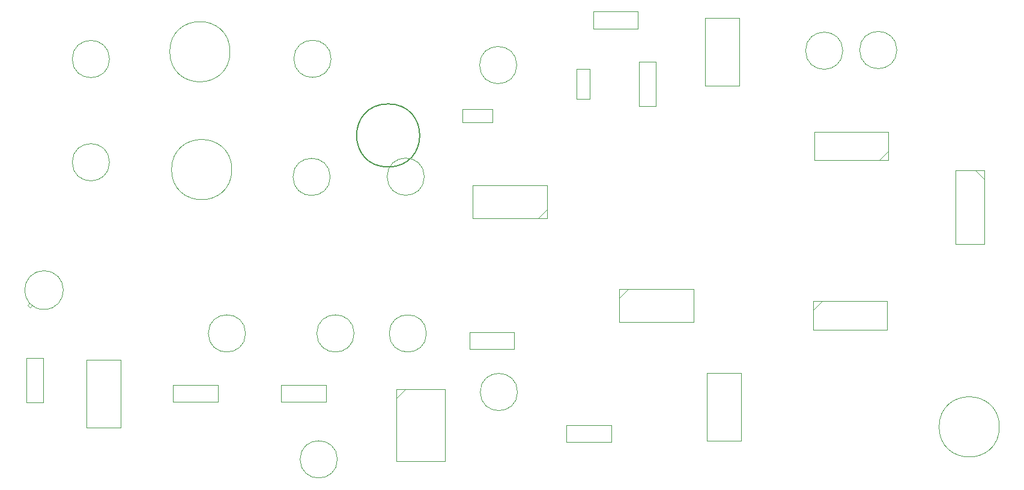
<source format=gbr>
%TF.GenerationSoftware,Altium Limited,Altium Designer,21.2.2 (38)*%
G04 Layer_Color=16711935*
%FSLAX26Y26*%
%MOIN*%
%TF.SameCoordinates,77551777-079B-400F-9D4E-00EB0A9A3649*%
%TF.FilePolarity,Positive*%
%TF.FileFunction,Other,Mechanical_13*%
%TF.Part,Single*%
G01*
G75*
%TA.AperFunction,NonConductor*%
%ADD72C,0.007874*%
%ADD74C,0.003937*%
D72*
X4325000Y3824528D02*
G03*
X4325000Y4174921I0J175197D01*
G01*
D02*
G03*
X4325000Y3824528I0J-175197D01*
G01*
D74*
X6848346Y4470630D02*
G03*
X6848346Y4470630I-103347J0D01*
G01*
X7148346Y4474370D02*
G03*
X7148346Y4474370I-103347J0D01*
G01*
X3447323Y4465000D02*
G03*
X3447323Y4465000I-167323J0D01*
G01*
X4003347Y3769370D02*
G03*
X4003347Y3769370I-103347J0D01*
G01*
X4008347Y4425630D02*
G03*
X4008347Y4425630I-103347J0D01*
G01*
X3457323Y3810000D02*
G03*
X3457323Y3810000I-167323J0D01*
G01*
X2778347Y4424370D02*
G03*
X2778347Y4424370I-103347J0D01*
G01*
Y3850630D02*
G03*
X2778347Y3850630I-103347J0D01*
G01*
X2415000Y3247008D02*
G03*
X2415000Y3032992I0J-107008D01*
G01*
D02*
G03*
X2415000Y3247008I0J107008D01*
G01*
X3533347Y2899370D02*
G03*
X3533347Y2899370I-103347J0D01*
G01*
X4537425D02*
G03*
X4537425Y2899370I-103347J0D01*
G01*
X4525647Y3770557D02*
G03*
X4525647Y3770557I-103347J0D01*
G01*
X5042717Y2573822D02*
G03*
X5042717Y2573822I-103347J0D01*
G01*
X7717323Y2380000D02*
G03*
X7717323Y2380000I-167323J0D01*
G01*
X4135663Y2899370D02*
G03*
X4135663Y2899370I-103347J0D01*
G01*
X4042992Y2199389D02*
G03*
X4042992Y2199389I-103347J0D01*
G01*
X5038896Y4390821D02*
G03*
X5038896Y4390821I-103347J0D01*
G01*
X5157480Y3539016D02*
X5207480Y3589016D01*
Y3539016D02*
Y3724055D01*
X4792520D02*
X5207480D01*
X4792520Y3539016D02*
Y3724055D01*
Y3539016D02*
X5207480D01*
X6285276Y2302402D02*
Y2677598D01*
X6095118Y2302402D02*
Y2677598D01*
X6285276D01*
X6095118Y2302402D02*
X6285276D01*
X2324449Y3057323D02*
X2333110Y3067165D01*
X2324449Y3057323D02*
X2338228Y3043543D01*
X2352008Y3057323D01*
X2650238Y2751715D02*
X2840396D01*
X2650238Y2376519D02*
X2840396D01*
Y2751715D01*
X2650238Y2376519D02*
Y2751715D01*
X2317756Y2764016D02*
X2412244D01*
Y2515984D02*
Y2764016D01*
X2317756Y2515984D02*
Y2764016D01*
Y2515984D02*
X2412244D01*
X3730984Y2517756D02*
Y2612244D01*
X3979016D01*
X3730984Y2517756D02*
X3979016D01*
Y2612244D01*
X5024016Y2812756D02*
Y2907244D01*
X4775984Y2812756D02*
X5024016D01*
X4775984Y2907244D02*
X5024016D01*
X4775984Y2812756D02*
Y2907244D01*
X4736339Y4146417D02*
X4903661D01*
X4736339Y4073583D02*
Y4146417D01*
X4903661Y4073583D02*
Y4146417D01*
X4736339Y4073583D02*
X4903661D01*
X4370692Y2540750D02*
X4420692Y2590750D01*
X4370692Y2190750D02*
Y2590750D01*
Y2190750D02*
X4640692D01*
Y2590750D01*
X4370692D02*
X4640692D01*
X5314875Y2294348D02*
Y2388836D01*
X5562906D01*
X5314875Y2294348D02*
X5562906D01*
Y2388836D01*
X6685079Y3028071D02*
X6735079Y3078071D01*
X6685079Y2920197D02*
Y3078071D01*
Y2920197D02*
X7094921D01*
Y3078071D01*
X6685079D02*
X7094921D01*
X7633071Y3395079D02*
Y3804921D01*
X7475197Y3395079D02*
X7633071D01*
X7475197D02*
Y3804921D01*
X7633071D01*
X7583071D02*
X7633071Y3754921D01*
X5607913Y3096968D02*
X5657913Y3146968D01*
X5607913Y2963898D02*
Y3146968D01*
Y2963898D02*
X6022087D01*
Y3146968D01*
X5607913D02*
X6022087D01*
X3130984Y2517756D02*
Y2612244D01*
X3379016D01*
X3130984Y2517756D02*
X3379016D01*
Y2612244D01*
X5717756Y4160984D02*
X5812244D01*
X5717756D02*
Y4409016D01*
X5812244Y4160984D02*
Y4409016D01*
X5717756D02*
X5812244D01*
X5710636Y4593334D02*
Y4687823D01*
X5462605Y4593334D02*
X5710636D01*
X5462605Y4687823D02*
X5710636D01*
X5462605Y4593334D02*
Y4687823D01*
X5371691Y4201339D02*
Y4368661D01*
Y4201339D02*
X5444525D01*
X5371691Y4368661D02*
X5444525D01*
Y4201339D02*
Y4368661D01*
X6085118Y4277402D02*
X6275276D01*
X6085118Y4652598D02*
X6275276D01*
X6085118Y4277402D02*
Y4652598D01*
X6275276Y4277402D02*
Y4652598D01*
X7049921Y3861929D02*
X7099921Y3911929D01*
Y3861929D02*
Y4019803D01*
X6690079D02*
X7099921D01*
X6690079Y3861929D02*
Y4019803D01*
Y3861929D02*
X7099921D01*
%TF.MD5,b2fecaf0a7a72c3dd53c4336e6b93a23*%
M02*

</source>
